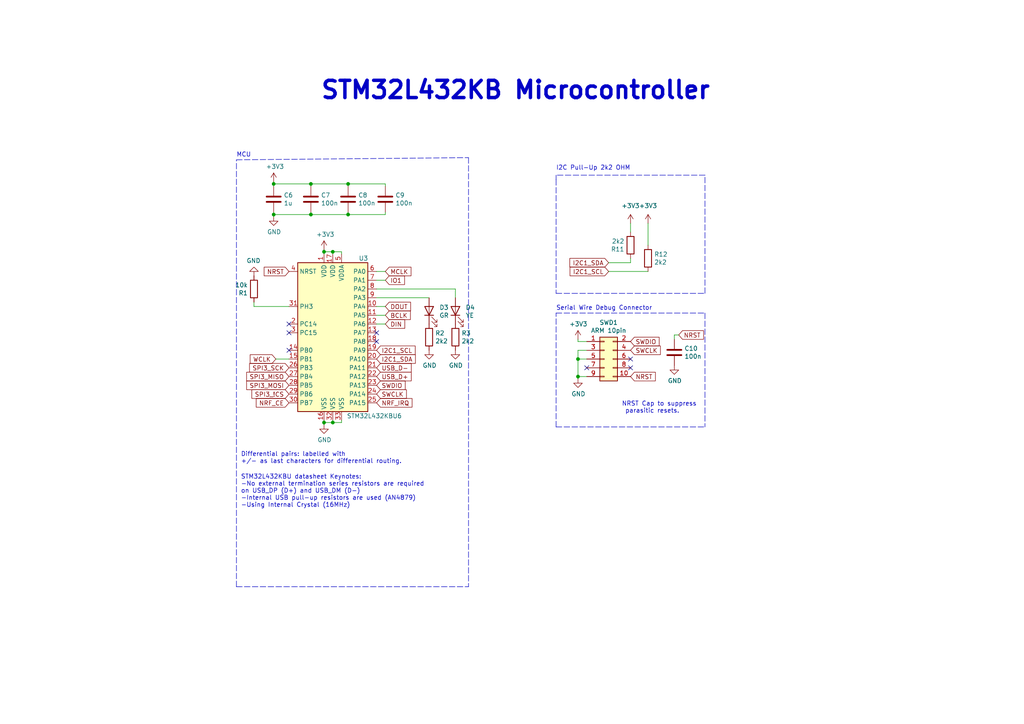
<source format=kicad_sch>
(kicad_sch (version 20211123) (generator eeschema)

  (uuid 66065598-2dc1-4887-ad93-dbb5d7683e26)

  (paper "A4")

  (lib_symbols
    (symbol "Connector_Generic:Conn_02x05_Odd_Even" (pin_names (offset 1.016) hide) (in_bom yes) (on_board yes)
      (property "Reference" "J" (id 0) (at 1.27 7.62 0)
        (effects (font (size 1.27 1.27)))
      )
      (property "Value" "Conn_02x05_Odd_Even" (id 1) (at 1.27 -7.62 0)
        (effects (font (size 1.27 1.27)))
      )
      (property "Footprint" "" (id 2) (at 0 0 0)
        (effects (font (size 1.27 1.27)) hide)
      )
      (property "Datasheet" "~" (id 3) (at 0 0 0)
        (effects (font (size 1.27 1.27)) hide)
      )
      (property "ki_keywords" "connector" (id 4) (at 0 0 0)
        (effects (font (size 1.27 1.27)) hide)
      )
      (property "ki_description" "Generic connector, double row, 02x05, odd/even pin numbering scheme (row 1 odd numbers, row 2 even numbers), script generated (kicad-library-utils/schlib/autogen/connector/)" (id 5) (at 0 0 0)
        (effects (font (size 1.27 1.27)) hide)
      )
      (property "ki_fp_filters" "Connector*:*_2x??_*" (id 6) (at 0 0 0)
        (effects (font (size 1.27 1.27)) hide)
      )
      (symbol "Conn_02x05_Odd_Even_1_1"
        (rectangle (start -1.27 -4.953) (end 0 -5.207)
          (stroke (width 0.1524) (type default) (color 0 0 0 0))
          (fill (type none))
        )
        (rectangle (start -1.27 -2.413) (end 0 -2.667)
          (stroke (width 0.1524) (type default) (color 0 0 0 0))
          (fill (type none))
        )
        (rectangle (start -1.27 0.127) (end 0 -0.127)
          (stroke (width 0.1524) (type default) (color 0 0 0 0))
          (fill (type none))
        )
        (rectangle (start -1.27 2.667) (end 0 2.413)
          (stroke (width 0.1524) (type default) (color 0 0 0 0))
          (fill (type none))
        )
        (rectangle (start -1.27 5.207) (end 0 4.953)
          (stroke (width 0.1524) (type default) (color 0 0 0 0))
          (fill (type none))
        )
        (rectangle (start -1.27 6.35) (end 3.81 -6.35)
          (stroke (width 0.254) (type default) (color 0 0 0 0))
          (fill (type background))
        )
        (rectangle (start 3.81 -4.953) (end 2.54 -5.207)
          (stroke (width 0.1524) (type default) (color 0 0 0 0))
          (fill (type none))
        )
        (rectangle (start 3.81 -2.413) (end 2.54 -2.667)
          (stroke (width 0.1524) (type default) (color 0 0 0 0))
          (fill (type none))
        )
        (rectangle (start 3.81 0.127) (end 2.54 -0.127)
          (stroke (width 0.1524) (type default) (color 0 0 0 0))
          (fill (type none))
        )
        (rectangle (start 3.81 2.667) (end 2.54 2.413)
          (stroke (width 0.1524) (type default) (color 0 0 0 0))
          (fill (type none))
        )
        (rectangle (start 3.81 5.207) (end 2.54 4.953)
          (stroke (width 0.1524) (type default) (color 0 0 0 0))
          (fill (type none))
        )
        (pin passive line (at -5.08 5.08 0) (length 3.81)
          (name "Pin_1" (effects (font (size 1.27 1.27))))
          (number "1" (effects (font (size 1.27 1.27))))
        )
        (pin passive line (at 7.62 -5.08 180) (length 3.81)
          (name "Pin_10" (effects (font (size 1.27 1.27))))
          (number "10" (effects (font (size 1.27 1.27))))
        )
        (pin passive line (at 7.62 5.08 180) (length 3.81)
          (name "Pin_2" (effects (font (size 1.27 1.27))))
          (number "2" (effects (font (size 1.27 1.27))))
        )
        (pin passive line (at -5.08 2.54 0) (length 3.81)
          (name "Pin_3" (effects (font (size 1.27 1.27))))
          (number "3" (effects (font (size 1.27 1.27))))
        )
        (pin passive line (at 7.62 2.54 180) (length 3.81)
          (name "Pin_4" (effects (font (size 1.27 1.27))))
          (number "4" (effects (font (size 1.27 1.27))))
        )
        (pin passive line (at -5.08 0 0) (length 3.81)
          (name "Pin_5" (effects (font (size 1.27 1.27))))
          (number "5" (effects (font (size 1.27 1.27))))
        )
        (pin passive line (at 7.62 0 180) (length 3.81)
          (name "Pin_6" (effects (font (size 1.27 1.27))))
          (number "6" (effects (font (size 1.27 1.27))))
        )
        (pin passive line (at -5.08 -2.54 0) (length 3.81)
          (name "Pin_7" (effects (font (size 1.27 1.27))))
          (number "7" (effects (font (size 1.27 1.27))))
        )
        (pin passive line (at 7.62 -2.54 180) (length 3.81)
          (name "Pin_8" (effects (font (size 1.27 1.27))))
          (number "8" (effects (font (size 1.27 1.27))))
        )
        (pin passive line (at -5.08 -5.08 0) (length 3.81)
          (name "Pin_9" (effects (font (size 1.27 1.27))))
          (number "9" (effects (font (size 1.27 1.27))))
        )
      )
    )
    (symbol "Device:C" (pin_numbers hide) (pin_names (offset 0.254)) (in_bom yes) (on_board yes)
      (property "Reference" "C" (id 0) (at 0.635 2.54 0)
        (effects (font (size 1.27 1.27)) (justify left))
      )
      (property "Value" "C" (id 1) (at 0.635 -2.54 0)
        (effects (font (size 1.27 1.27)) (justify left))
      )
      (property "Footprint" "" (id 2) (at 0.9652 -3.81 0)
        (effects (font (size 1.27 1.27)) hide)
      )
      (property "Datasheet" "~" (id 3) (at 0 0 0)
        (effects (font (size 1.27 1.27)) hide)
      )
      (property "ki_keywords" "cap capacitor" (id 4) (at 0 0 0)
        (effects (font (size 1.27 1.27)) hide)
      )
      (property "ki_description" "Unpolarized capacitor" (id 5) (at 0 0 0)
        (effects (font (size 1.27 1.27)) hide)
      )
      (property "ki_fp_filters" "C_*" (id 6) (at 0 0 0)
        (effects (font (size 1.27 1.27)) hide)
      )
      (symbol "C_0_1"
        (polyline
          (pts
            (xy -2.032 -0.762)
            (xy 2.032 -0.762)
          )
          (stroke (width 0.508) (type default) (color 0 0 0 0))
          (fill (type none))
        )
        (polyline
          (pts
            (xy -2.032 0.762)
            (xy 2.032 0.762)
          )
          (stroke (width 0.508) (type default) (color 0 0 0 0))
          (fill (type none))
        )
      )
      (symbol "C_1_1"
        (pin passive line (at 0 3.81 270) (length 2.794)
          (name "~" (effects (font (size 1.27 1.27))))
          (number "1" (effects (font (size 1.27 1.27))))
        )
        (pin passive line (at 0 -3.81 90) (length 2.794)
          (name "~" (effects (font (size 1.27 1.27))))
          (number "2" (effects (font (size 1.27 1.27))))
        )
      )
    )
    (symbol "Device:LED" (pin_numbers hide) (pin_names (offset 1.016) hide) (in_bom yes) (on_board yes)
      (property "Reference" "D" (id 0) (at 0 2.54 0)
        (effects (font (size 1.27 1.27)))
      )
      (property "Value" "LED" (id 1) (at 0 -2.54 0)
        (effects (font (size 1.27 1.27)))
      )
      (property "Footprint" "" (id 2) (at 0 0 0)
        (effects (font (size 1.27 1.27)) hide)
      )
      (property "Datasheet" "~" (id 3) (at 0 0 0)
        (effects (font (size 1.27 1.27)) hide)
      )
      (property "ki_keywords" "LED diode" (id 4) (at 0 0 0)
        (effects (font (size 1.27 1.27)) hide)
      )
      (property "ki_description" "Light emitting diode" (id 5) (at 0 0 0)
        (effects (font (size 1.27 1.27)) hide)
      )
      (property "ki_fp_filters" "LED* LED_SMD:* LED_THT:*" (id 6) (at 0 0 0)
        (effects (font (size 1.27 1.27)) hide)
      )
      (symbol "LED_0_1"
        (polyline
          (pts
            (xy -1.27 -1.27)
            (xy -1.27 1.27)
          )
          (stroke (width 0.254) (type default) (color 0 0 0 0))
          (fill (type none))
        )
        (polyline
          (pts
            (xy -1.27 0)
            (xy 1.27 0)
          )
          (stroke (width 0) (type default) (color 0 0 0 0))
          (fill (type none))
        )
        (polyline
          (pts
            (xy 1.27 -1.27)
            (xy 1.27 1.27)
            (xy -1.27 0)
            (xy 1.27 -1.27)
          )
          (stroke (width 0.254) (type default) (color 0 0 0 0))
          (fill (type none))
        )
        (polyline
          (pts
            (xy -3.048 -0.762)
            (xy -4.572 -2.286)
            (xy -3.81 -2.286)
            (xy -4.572 -2.286)
            (xy -4.572 -1.524)
          )
          (stroke (width 0) (type default) (color 0 0 0 0))
          (fill (type none))
        )
        (polyline
          (pts
            (xy -1.778 -0.762)
            (xy -3.302 -2.286)
            (xy -2.54 -2.286)
            (xy -3.302 -2.286)
            (xy -3.302 -1.524)
          )
          (stroke (width 0) (type default) (color 0 0 0 0))
          (fill (type none))
        )
      )
      (symbol "LED_1_1"
        (pin passive line (at -3.81 0 0) (length 2.54)
          (name "K" (effects (font (size 1.27 1.27))))
          (number "1" (effects (font (size 1.27 1.27))))
        )
        (pin passive line (at 3.81 0 180) (length 2.54)
          (name "A" (effects (font (size 1.27 1.27))))
          (number "2" (effects (font (size 1.27 1.27))))
        )
      )
    )
    (symbol "Device:R" (pin_numbers hide) (pin_names (offset 0)) (in_bom yes) (on_board yes)
      (property "Reference" "R" (id 0) (at 2.032 0 90)
        (effects (font (size 1.27 1.27)))
      )
      (property "Value" "R" (id 1) (at 0 0 90)
        (effects (font (size 1.27 1.27)))
      )
      (property "Footprint" "" (id 2) (at -1.778 0 90)
        (effects (font (size 1.27 1.27)) hide)
      )
      (property "Datasheet" "~" (id 3) (at 0 0 0)
        (effects (font (size 1.27 1.27)) hide)
      )
      (property "ki_keywords" "R res resistor" (id 4) (at 0 0 0)
        (effects (font (size 1.27 1.27)) hide)
      )
      (property "ki_description" "Resistor" (id 5) (at 0 0 0)
        (effects (font (size 1.27 1.27)) hide)
      )
      (property "ki_fp_filters" "R_*" (id 6) (at 0 0 0)
        (effects (font (size 1.27 1.27)) hide)
      )
      (symbol "R_0_1"
        (rectangle (start -1.016 -2.54) (end 1.016 2.54)
          (stroke (width 0.254) (type default) (color 0 0 0 0))
          (fill (type none))
        )
      )
      (symbol "R_1_1"
        (pin passive line (at 0 3.81 270) (length 1.27)
          (name "~" (effects (font (size 1.27 1.27))))
          (number "1" (effects (font (size 1.27 1.27))))
        )
        (pin passive line (at 0 -3.81 90) (length 1.27)
          (name "~" (effects (font (size 1.27 1.27))))
          (number "2" (effects (font (size 1.27 1.27))))
        )
      )
    )
    (symbol "MCU_ST_STM32L4:STM32L432KBUx" (in_bom yes) (on_board yes)
      (property "Reference" "U" (id 0) (at -10.16 21.59 0)
        (effects (font (size 1.27 1.27)) (justify left))
      )
      (property "Value" "STM32L432KBUx" (id 1) (at 5.08 21.59 0)
        (effects (font (size 1.27 1.27)) (justify left))
      )
      (property "Footprint" "Package_DFN_QFN:QFN-32-1EP_5x5mm_P0.5mm_EP3.45x3.45mm" (id 2) (at -10.16 -22.86 0)
        (effects (font (size 1.27 1.27)) (justify right) hide)
      )
      (property "Datasheet" "http://www.st.com/st-web-ui/static/active/en/resource/technical/document/datasheet/DM00257205.pdf" (id 3) (at 0 0 0)
        (effects (font (size 1.27 1.27)) hide)
      )
      (property "ki_keywords" "ARM Cortex-M4 STM32L4 STM32L4x2" (id 4) (at 0 0 0)
        (effects (font (size 1.27 1.27)) hide)
      )
      (property "ki_description" "ARM Cortex-M4 MCU, 128KB flash, 64KB RAM, 80MHz, 1.71-3.6V, 26 GPIO, UFQFPN-32" (id 5) (at 0 0 0)
        (effects (font (size 1.27 1.27)) hide)
      )
      (property "ki_fp_filters" "QFN*1EP*5x5mm*P0.5mm*" (id 6) (at 0 0 0)
        (effects (font (size 1.27 1.27)) hide)
      )
      (symbol "STM32L432KBUx_0_1"
        (rectangle (start -10.16 -22.86) (end 10.16 20.32)
          (stroke (width 0.254) (type default) (color 0 0 0 0))
          (fill (type background))
        )
      )
      (symbol "STM32L432KBUx_1_1"
        (pin power_in line (at -2.54 22.86 270) (length 2.54)
          (name "VDD" (effects (font (size 1.27 1.27))))
          (number "1" (effects (font (size 1.27 1.27))))
        )
        (pin bidirectional line (at 12.7 7.62 180) (length 2.54)
          (name "PA4" (effects (font (size 1.27 1.27))))
          (number "10" (effects (font (size 1.27 1.27))))
        )
        (pin bidirectional line (at 12.7 5.08 180) (length 2.54)
          (name "PA5" (effects (font (size 1.27 1.27))))
          (number "11" (effects (font (size 1.27 1.27))))
        )
        (pin bidirectional line (at 12.7 2.54 180) (length 2.54)
          (name "PA6" (effects (font (size 1.27 1.27))))
          (number "12" (effects (font (size 1.27 1.27))))
        )
        (pin bidirectional line (at 12.7 0 180) (length 2.54)
          (name "PA7" (effects (font (size 1.27 1.27))))
          (number "13" (effects (font (size 1.27 1.27))))
        )
        (pin bidirectional line (at -12.7 -5.08 0) (length 2.54)
          (name "PB0" (effects (font (size 1.27 1.27))))
          (number "14" (effects (font (size 1.27 1.27))))
        )
        (pin bidirectional line (at -12.7 -7.62 0) (length 2.54)
          (name "PB1" (effects (font (size 1.27 1.27))))
          (number "15" (effects (font (size 1.27 1.27))))
        )
        (pin power_in line (at -2.54 -25.4 90) (length 2.54)
          (name "VSS" (effects (font (size 1.27 1.27))))
          (number "16" (effects (font (size 1.27 1.27))))
        )
        (pin power_in line (at 0 22.86 270) (length 2.54)
          (name "VDD" (effects (font (size 1.27 1.27))))
          (number "17" (effects (font (size 1.27 1.27))))
        )
        (pin bidirectional line (at 12.7 -2.54 180) (length 2.54)
          (name "PA8" (effects (font (size 1.27 1.27))))
          (number "18" (effects (font (size 1.27 1.27))))
        )
        (pin bidirectional line (at 12.7 -5.08 180) (length 2.54)
          (name "PA9" (effects (font (size 1.27 1.27))))
          (number "19" (effects (font (size 1.27 1.27))))
        )
        (pin bidirectional line (at -12.7 2.54 0) (length 2.54)
          (name "PC14" (effects (font (size 1.27 1.27))))
          (number "2" (effects (font (size 1.27 1.27))))
        )
        (pin bidirectional line (at 12.7 -7.62 180) (length 2.54)
          (name "PA10" (effects (font (size 1.27 1.27))))
          (number "20" (effects (font (size 1.27 1.27))))
        )
        (pin bidirectional line (at 12.7 -10.16 180) (length 2.54)
          (name "PA11" (effects (font (size 1.27 1.27))))
          (number "21" (effects (font (size 1.27 1.27))))
        )
        (pin bidirectional line (at 12.7 -12.7 180) (length 2.54)
          (name "PA12" (effects (font (size 1.27 1.27))))
          (number "22" (effects (font (size 1.27 1.27))))
        )
        (pin bidirectional line (at 12.7 -15.24 180) (length 2.54)
          (name "PA13" (effects (font (size 1.27 1.27))))
          (number "23" (effects (font (size 1.27 1.27))))
        )
        (pin bidirectional line (at 12.7 -17.78 180) (length 2.54)
          (name "PA14" (effects (font (size 1.27 1.27))))
          (number "24" (effects (font (size 1.27 1.27))))
        )
        (pin bidirectional line (at 12.7 -20.32 180) (length 2.54)
          (name "PA15" (effects (font (size 1.27 1.27))))
          (number "25" (effects (font (size 1.27 1.27))))
        )
        (pin bidirectional line (at -12.7 -10.16 0) (length 2.54)
          (name "PB3" (effects (font (size 1.27 1.27))))
          (number "26" (effects (font (size 1.27 1.27))))
        )
        (pin bidirectional line (at -12.7 -12.7 0) (length 2.54)
          (name "PB4" (effects (font (size 1.27 1.27))))
          (number "27" (effects (font (size 1.27 1.27))))
        )
        (pin bidirectional line (at -12.7 -15.24 0) (length 2.54)
          (name "PB5" (effects (font (size 1.27 1.27))))
          (number "28" (effects (font (size 1.27 1.27))))
        )
        (pin bidirectional line (at -12.7 -17.78 0) (length 2.54)
          (name "PB6" (effects (font (size 1.27 1.27))))
          (number "29" (effects (font (size 1.27 1.27))))
        )
        (pin bidirectional line (at -12.7 0 0) (length 2.54)
          (name "PC15" (effects (font (size 1.27 1.27))))
          (number "3" (effects (font (size 1.27 1.27))))
        )
        (pin bidirectional line (at -12.7 -20.32 0) (length 2.54)
          (name "PB7" (effects (font (size 1.27 1.27))))
          (number "30" (effects (font (size 1.27 1.27))))
        )
        (pin bidirectional line (at -12.7 7.62 0) (length 2.54)
          (name "PH3" (effects (font (size 1.27 1.27))))
          (number "31" (effects (font (size 1.27 1.27))))
        )
        (pin power_in line (at 0 -25.4 90) (length 2.54)
          (name "VSS" (effects (font (size 1.27 1.27))))
          (number "32" (effects (font (size 1.27 1.27))))
        )
        (pin power_in line (at 2.54 -25.4 90) (length 2.54)
          (name "VSS" (effects (font (size 1.27 1.27))))
          (number "33" (effects (font (size 1.27 1.27))))
        )
        (pin input line (at -12.7 17.78 0) (length 2.54)
          (name "NRST" (effects (font (size 1.27 1.27))))
          (number "4" (effects (font (size 1.27 1.27))))
        )
        (pin power_in line (at 2.54 22.86 270) (length 2.54)
          (name "VDDA" (effects (font (size 1.27 1.27))))
          (number "5" (effects (font (size 1.27 1.27))))
        )
        (pin bidirectional line (at 12.7 17.78 180) (length 2.54)
          (name "PA0" (effects (font (size 1.27 1.27))))
          (number "6" (effects (font (size 1.27 1.27))))
        )
        (pin bidirectional line (at 12.7 15.24 180) (length 2.54)
          (name "PA1" (effects (font (size 1.27 1.27))))
          (number "7" (effects (font (size 1.27 1.27))))
        )
        (pin bidirectional line (at 12.7 12.7 180) (length 2.54)
          (name "PA2" (effects (font (size 1.27 1.27))))
          (number "8" (effects (font (size 1.27 1.27))))
        )
        (pin bidirectional line (at 12.7 10.16 180) (length 2.54)
          (name "PA3" (effects (font (size 1.27 1.27))))
          (number "9" (effects (font (size 1.27 1.27))))
        )
      )
    )
    (symbol "power:+3V3" (power) (pin_names (offset 0)) (in_bom yes) (on_board yes)
      (property "Reference" "#PWR" (id 0) (at 0 -3.81 0)
        (effects (font (size 1.27 1.27)) hide)
      )
      (property "Value" "+3V3" (id 1) (at 0 3.556 0)
        (effects (font (size 1.27 1.27)))
      )
      (property "Footprint" "" (id 2) (at 0 0 0)
        (effects (font (size 1.27 1.27)) hide)
      )
      (property "Datasheet" "" (id 3) (at 0 0 0)
        (effects (font (size 1.27 1.27)) hide)
      )
      (property "ki_keywords" "power-flag" (id 4) (at 0 0 0)
        (effects (font (size 1.27 1.27)) hide)
      )
      (property "ki_description" "Power symbol creates a global label with name \"+3V3\"" (id 5) (at 0 0 0)
        (effects (font (size 1.27 1.27)) hide)
      )
      (symbol "+3V3_0_1"
        (polyline
          (pts
            (xy -0.762 1.27)
            (xy 0 2.54)
          )
          (stroke (width 0) (type default) (color 0 0 0 0))
          (fill (type none))
        )
        (polyline
          (pts
            (xy 0 0)
            (xy 0 2.54)
          )
          (stroke (width 0) (type default) (color 0 0 0 0))
          (fill (type none))
        )
        (polyline
          (pts
            (xy 0 2.54)
            (xy 0.762 1.27)
          )
          (stroke (width 0) (type default) (color 0 0 0 0))
          (fill (type none))
        )
      )
      (symbol "+3V3_1_1"
        (pin power_in line (at 0 0 90) (length 0) hide
          (name "+3V3" (effects (font (size 1.27 1.27))))
          (number "1" (effects (font (size 1.27 1.27))))
        )
      )
    )
    (symbol "power:GND" (power) (pin_names (offset 0)) (in_bom yes) (on_board yes)
      (property "Reference" "#PWR" (id 0) (at 0 -6.35 0)
        (effects (font (size 1.27 1.27)) hide)
      )
      (property "Value" "GND" (id 1) (at 0 -3.81 0)
        (effects (font (size 1.27 1.27)))
      )
      (property "Footprint" "" (id 2) (at 0 0 0)
        (effects (font (size 1.27 1.27)) hide)
      )
      (property "Datasheet" "" (id 3) (at 0 0 0)
        (effects (font (size 1.27 1.27)) hide)
      )
      (property "ki_keywords" "power-flag" (id 4) (at 0 0 0)
        (effects (font (size 1.27 1.27)) hide)
      )
      (property "ki_description" "Power symbol creates a global label with name \"GND\" , ground" (id 5) (at 0 0 0)
        (effects (font (size 1.27 1.27)) hide)
      )
      (symbol "GND_0_1"
        (polyline
          (pts
            (xy 0 0)
            (xy 0 -1.27)
            (xy 1.27 -1.27)
            (xy 0 -2.54)
            (xy -1.27 -1.27)
            (xy 0 -1.27)
          )
          (stroke (width 0) (type default) (color 0 0 0 0))
          (fill (type none))
        )
      )
      (symbol "GND_1_1"
        (pin power_in line (at 0 0 270) (length 0) hide
          (name "GND" (effects (font (size 1.27 1.27))))
          (number "1" (effects (font (size 1.27 1.27))))
        )
      )
    )
  )

  (junction (at 93.98 73.025) (diameter 0) (color 0 0 0 0)
    (uuid 069c4d01-ce8b-4a1d-876c-8db411b14ee5)
  )
  (junction (at 100.965 53.34) (diameter 0) (color 0 0 0 0)
    (uuid 1eb2b2b1-c4bf-4aa6-bf21-887362d72bea)
  )
  (junction (at 79.375 62.23) (diameter 0) (color 0 0 0 0)
    (uuid 1ed0d426-279e-439e-88bf-d765755936d7)
  )
  (junction (at 93.98 122.555) (diameter 0) (color 0 0 0 0)
    (uuid 2f353a0c-93b3-4dbc-8b54-e41fe5245db5)
  )
  (junction (at 100.965 62.23) (diameter 0) (color 0 0 0 0)
    (uuid 2f77f01c-e5a3-4fe7-93d6-d06ecfbab590)
  )
  (junction (at 96.52 73.025) (diameter 0) (color 0 0 0 0)
    (uuid 50da2209-431f-4123-888b-b9d566b6e63f)
  )
  (junction (at 167.64 109.22) (diameter 0) (color 0 0 0 0)
    (uuid 533e983b-45fe-4a07-a9ab-6ba6a80088c2)
  )
  (junction (at 79.375 53.34) (diameter 0) (color 0 0 0 0)
    (uuid 6e3fde8e-9884-4715-84db-dfaef034141f)
  )
  (junction (at 90.17 62.23) (diameter 0) (color 0 0 0 0)
    (uuid a5560e7f-3f8e-4ed0-9abe-1cd8e57e1dbc)
  )
  (junction (at 96.52 122.555) (diameter 0) (color 0 0 0 0)
    (uuid b9d6e350-d8f5-49f9-bd24-9d87dd317ceb)
  )
  (junction (at 167.64 104.14) (diameter 0) (color 0 0 0 0)
    (uuid baa1c107-1b8e-4626-9d4d-4143dd9731dc)
  )
  (junction (at 90.17 53.34) (diameter 0) (color 0 0 0 0)
    (uuid edc2f49f-6f54-424c-8764-bd484a781041)
  )

  (no_connect (at 182.88 104.14) (uuid 2053e4da-1002-4500-80ad-af3da8b0bd1d))
  (no_connect (at 109.22 96.52) (uuid 2ff8dce3-e14c-4e49-9cf0-1417cae9c744))
  (no_connect (at 109.22 99.06) (uuid 2ff8dce3-e14c-4e49-9cf0-1417cae9c745))
  (no_connect (at 83.82 93.98) (uuid 2ff8dce3-e14c-4e49-9cf0-1417cae9c746))
  (no_connect (at 83.82 96.52) (uuid 2ff8dce3-e14c-4e49-9cf0-1417cae9c747))
  (no_connect (at 83.82 101.6) (uuid 2ff8dce3-e14c-4e49-9cf0-1417cae9c748))
  (no_connect (at 182.88 106.68) (uuid 8e01bec6-36cc-4a0c-91d5-bae6a7744afd))
  (no_connect (at 170.18 106.68) (uuid cc18d4c7-32d5-4e95-bed7-d2854e6d5beb))

  (wire (pts (xy 182.88 74.93) (xy 182.88 76.2))
    (stroke (width 0) (type default) (color 0 0 0 0))
    (uuid 0097b78b-c267-4f15-86a5-52346405c837)
  )
  (wire (pts (xy 167.64 104.14) (xy 170.18 104.14))
    (stroke (width 0) (type default) (color 0 0 0 0))
    (uuid 027b27f8-3217-4b87-bf7d-a6304c724d97)
  )
  (polyline (pts (xy 204.47 50.8) (xy 161.29 50.8))
    (stroke (width 0) (type default) (color 0 0 0 0))
    (uuid 07a1ac2e-2077-4b04-8466-bbfdcb2817a2)
  )

  (wire (pts (xy 182.88 64.77) (xy 182.88 67.31))
    (stroke (width 0) (type default) (color 0 0 0 0))
    (uuid 08b7d414-78e2-4998-bc4b-a45f2efc0866)
  )
  (wire (pts (xy 167.64 99.06) (xy 170.18 99.06))
    (stroke (width 0) (type default) (color 0 0 0 0))
    (uuid 09674a93-8b2a-4be5-9586-7ee3e4320a8d)
  )
  (wire (pts (xy 100.965 61.595) (xy 100.965 62.23))
    (stroke (width 0) (type default) (color 0 0 0 0))
    (uuid 0f3d5607-618c-42da-856e-f70eb7d69b9c)
  )
  (wire (pts (xy 90.17 62.23) (xy 79.375 62.23))
    (stroke (width 0) (type default) (color 0 0 0 0))
    (uuid 1249805e-78d2-4aec-8bb1-ac89b2eab9e0)
  )
  (wire (pts (xy 73.66 87.63) (xy 73.66 88.9))
    (stroke (width 0) (type default) (color 0 0 0 0))
    (uuid 14206cc5-5a66-4cd9-8b2f-bbbcc2253dc5)
  )
  (wire (pts (xy 79.375 53.34) (xy 79.375 52.705))
    (stroke (width 0) (type default) (color 0 0 0 0))
    (uuid 190158bb-86da-4593-b747-9be735d8998d)
  )
  (wire (pts (xy 90.17 53.975) (xy 90.17 53.34))
    (stroke (width 0) (type default) (color 0 0 0 0))
    (uuid 1f3596bc-4dcf-44c7-9695-ee5108085826)
  )
  (polyline (pts (xy 161.29 52.07) (xy 161.29 85.09))
    (stroke (width 0) (type default) (color 0 0 0 0))
    (uuid 25de95eb-85dd-43c2-bf77-2432c4bc257d)
  )
  (polyline (pts (xy 68.58 46.355) (xy 135.89 45.72))
    (stroke (width 0) (type default) (color 0 0 0 0))
    (uuid 26b43bf0-1db9-4c99-b7ff-cf3b8c4d330e)
  )

  (wire (pts (xy 93.98 73.66) (xy 93.98 73.025))
    (stroke (width 0) (type default) (color 0 0 0 0))
    (uuid 2b1d9226-1a05-4937-a678-1f9387d39f57)
  )
  (polyline (pts (xy 161.29 50.8) (xy 161.29 52.07))
    (stroke (width 0) (type default) (color 0 0 0 0))
    (uuid 313ce60a-24bf-40ea-9ddb-7c40df7737a4)
  )

  (wire (pts (xy 73.66 88.9) (xy 83.82 88.9))
    (stroke (width 0) (type default) (color 0 0 0 0))
    (uuid 339a7572-db67-4852-bc0d-72ccfee92eee)
  )
  (wire (pts (xy 167.64 98.425) (xy 167.64 99.06))
    (stroke (width 0) (type default) (color 0 0 0 0))
    (uuid 39fe6b98-8b5b-4471-88b9-b5726243f674)
  )
  (wire (pts (xy 111.76 81.28) (xy 109.22 81.28))
    (stroke (width 0) (type default) (color 0 0 0 0))
    (uuid 3c960a4e-0e08-4ff3-bee8-139f8f489ef0)
  )
  (wire (pts (xy 93.98 122.555) (xy 93.98 121.92))
    (stroke (width 0) (type default) (color 0 0 0 0))
    (uuid 3f743e53-17b5-462c-9e18-568a81cf774c)
  )
  (wire (pts (xy 109.22 83.82) (xy 132.08 83.82))
    (stroke (width 0) (type default) (color 0 0 0 0))
    (uuid 43370a9c-61fb-4984-9a66-1c81f6b257c3)
  )
  (wire (pts (xy 96.52 121.92) (xy 96.52 122.555))
    (stroke (width 0) (type default) (color 0 0 0 0))
    (uuid 46ee63d0-a37d-49f7-9159-255d75bc6ce4)
  )
  (wire (pts (xy 99.06 122.555) (xy 96.52 122.555))
    (stroke (width 0) (type default) (color 0 0 0 0))
    (uuid 470689bd-edf9-48de-8c7c-10212e48ad16)
  )
  (wire (pts (xy 111.76 78.74) (xy 109.22 78.74))
    (stroke (width 0) (type default) (color 0 0 0 0))
    (uuid 4a29de56-5e28-46ce-a4da-0b87e18666d7)
  )
  (wire (pts (xy 99.06 73.025) (xy 96.52 73.025))
    (stroke (width 0) (type default) (color 0 0 0 0))
    (uuid 4a9d9f76-1173-4065-aac9-4454a5a465ce)
  )
  (polyline (pts (xy 68.58 170.18) (xy 68.58 46.355))
    (stroke (width 0) (type default) (color 0 0 0 0))
    (uuid 4fe8fa8f-35fb-4dcc-8956-374cb4710856)
  )

  (wire (pts (xy 167.64 104.14) (xy 167.64 101.6))
    (stroke (width 0) (type default) (color 0 0 0 0))
    (uuid 599a7f7e-4a31-431f-9bbe-db356791c733)
  )
  (wire (pts (xy 170.18 109.22) (xy 167.64 109.22))
    (stroke (width 0) (type default) (color 0 0 0 0))
    (uuid 5de9ef90-ba43-450f-8284-6751b8536407)
  )
  (wire (pts (xy 79.375 62.865) (xy 79.375 62.23))
    (stroke (width 0) (type default) (color 0 0 0 0))
    (uuid 60f029e1-f90c-44f5-a7b5-14f114412be4)
  )
  (polyline (pts (xy 135.89 45.72) (xy 135.89 170.18))
    (stroke (width 0) (type default) (color 0 0 0 0))
    (uuid 6a33fa6a-718c-4152-a011-1e84bcc6d5ac)
  )

  (wire (pts (xy 187.96 64.77) (xy 187.96 71.12))
    (stroke (width 0) (type default) (color 0 0 0 0))
    (uuid 6a87d863-e789-4ad0-8561-6e0d439ddd2f)
  )
  (wire (pts (xy 167.64 109.855) (xy 167.64 109.22))
    (stroke (width 0) (type default) (color 0 0 0 0))
    (uuid 6f0ee6ec-e386-4bb0-bde8-83224673217e)
  )
  (wire (pts (xy 167.64 101.6) (xy 170.18 101.6))
    (stroke (width 0) (type default) (color 0 0 0 0))
    (uuid 6f74dc53-6629-4b82-8e93-050e1ab4f482)
  )
  (wire (pts (xy 96.52 73.025) (xy 93.98 73.025))
    (stroke (width 0) (type default) (color 0 0 0 0))
    (uuid 74035c79-9381-42ff-bb4e-17122369ffaa)
  )
  (wire (pts (xy 111.76 53.34) (xy 100.965 53.34))
    (stroke (width 0) (type default) (color 0 0 0 0))
    (uuid 7767d43a-5d51-4a08-aef6-090531316808)
  )
  (wire (pts (xy 96.52 122.555) (xy 93.98 122.555))
    (stroke (width 0) (type default) (color 0 0 0 0))
    (uuid 78896622-e061-4405-a09a-9063a944e634)
  )
  (wire (pts (xy 100.965 62.23) (xy 90.17 62.23))
    (stroke (width 0) (type default) (color 0 0 0 0))
    (uuid 7fc23476-1d47-45c5-ae47-bb7c9e772179)
  )
  (wire (pts (xy 167.64 109.22) (xy 167.64 104.14))
    (stroke (width 0) (type default) (color 0 0 0 0))
    (uuid 8252dbf3-0976-423e-b75c-4e900c5db7a6)
  )
  (wire (pts (xy 132.08 83.82) (xy 132.08 86.36))
    (stroke (width 0) (type default) (color 0 0 0 0))
    (uuid 839eae5c-f93a-4033-946d-e871e9e37c5d)
  )
  (wire (pts (xy 90.17 53.34) (xy 79.375 53.34))
    (stroke (width 0) (type default) (color 0 0 0 0))
    (uuid 842e7e76-42a0-466f-b4c8-e0dc0e8b3091)
  )
  (wire (pts (xy 93.98 73.025) (xy 93.98 72.39))
    (stroke (width 0) (type default) (color 0 0 0 0))
    (uuid 8d88aa3c-74b4-4797-acf0-1a6b6ef6c764)
  )
  (wire (pts (xy 80.01 104.14) (xy 83.82 104.14))
    (stroke (width 0) (type default) (color 0 0 0 0))
    (uuid 8f7c2fb3-1e91-473c-9fae-086d87fc002f)
  )
  (wire (pts (xy 111.76 93.98) (xy 109.22 93.98))
    (stroke (width 0) (type default) (color 0 0 0 0))
    (uuid 8ff15b46-6c37-4c2b-82fc-099def9f9153)
  )
  (wire (pts (xy 96.52 73.66) (xy 96.52 73.025))
    (stroke (width 0) (type default) (color 0 0 0 0))
    (uuid 910867cc-5f24-4f4c-9104-2eab2f64803a)
  )
  (polyline (pts (xy 204.47 85.09) (xy 204.47 50.8))
    (stroke (width 0) (type default) (color 0 0 0 0))
    (uuid 92e60d82-503f-44e3-ad92-4683e1a1ef0b)
  )

  (wire (pts (xy 90.17 61.595) (xy 90.17 62.23))
    (stroke (width 0) (type default) (color 0 0 0 0))
    (uuid 9376e4c5-d285-4148-aea4-c31122f303d7)
  )
  (polyline (pts (xy 161.29 123.825) (xy 161.29 90.805))
    (stroke (width 0) (type default) (color 0 0 0 0))
    (uuid a8631a38-6d10-4b03-a2fe-8a4d7bbfe8e1)
  )

  (wire (pts (xy 99.06 121.92) (xy 99.06 122.555))
    (stroke (width 0) (type default) (color 0 0 0 0))
    (uuid abc69f13-c528-47b7-ad5e-e6702dbd3ac8)
  )
  (polyline (pts (xy 161.29 90.805) (xy 204.47 90.805))
    (stroke (width 0) (type default) (color 0 0 0 0))
    (uuid b12af1e4-ef7f-4f0d-a283-20d4510dd59e)
  )

  (wire (pts (xy 79.375 53.975) (xy 79.375 53.34))
    (stroke (width 0) (type default) (color 0 0 0 0))
    (uuid b397d39d-8d94-469f-a69f-ae6c57846382)
  )
  (polyline (pts (xy 161.29 123.825) (xy 204.47 123.825))
    (stroke (width 0) (type default) (color 0 0 0 0))
    (uuid b6e19c22-0921-4bf9-b50c-7fd8aaf9271b)
  )
  (polyline (pts (xy 204.47 90.805) (xy 204.47 123.825))
    (stroke (width 0) (type default) (color 0 0 0 0))
    (uuid b8f5445d-78a5-4e92-8ac2-76bf53b784f5)
  )

  (wire (pts (xy 111.76 61.595) (xy 111.76 62.23))
    (stroke (width 0) (type default) (color 0 0 0 0))
    (uuid bb9bd72f-399e-4f43-baa1-a3874eed7e0d)
  )
  (wire (pts (xy 100.965 53.975) (xy 100.965 53.34))
    (stroke (width 0) (type default) (color 0 0 0 0))
    (uuid bdffa1eb-7a83-4770-94f8-5fafa783b399)
  )
  (wire (pts (xy 182.88 76.2) (xy 176.53 76.2))
    (stroke (width 0) (type default) (color 0 0 0 0))
    (uuid c40d5233-1b65-4ff5-86c4-ca47774abd0a)
  )
  (wire (pts (xy 109.22 86.36) (xy 124.46 86.36))
    (stroke (width 0) (type default) (color 0 0 0 0))
    (uuid c934fa54-e95d-4de3-8a22-4e45bb17c7af)
  )
  (wire (pts (xy 111.76 53.975) (xy 111.76 53.34))
    (stroke (width 0) (type default) (color 0 0 0 0))
    (uuid d04568e4-e673-4e9c-ad6b-27e3c37329ec)
  )
  (wire (pts (xy 111.76 62.23) (xy 100.965 62.23))
    (stroke (width 0) (type default) (color 0 0 0 0))
    (uuid d0ef30a0-4698-4402-97d8-33711cd81424)
  )
  (wire (pts (xy 93.98 123.19) (xy 93.98 122.555))
    (stroke (width 0) (type default) (color 0 0 0 0))
    (uuid d5dd92f5-b95d-49c8-89f7-b1377ccf69d5)
  )
  (polyline (pts (xy 68.58 170.18) (xy 135.89 170.18))
    (stroke (width 0) (type default) (color 0 0 0 0))
    (uuid d74b9335-ceee-43e1-9d11-b52e9b1387ce)
  )
  (polyline (pts (xy 161.29 85.09) (xy 204.47 85.09))
    (stroke (width 0) (type default) (color 0 0 0 0))
    (uuid d8693556-3e30-4caf-9beb-824439784a96)
  )

  (wire (pts (xy 100.965 53.34) (xy 90.17 53.34))
    (stroke (width 0) (type default) (color 0 0 0 0))
    (uuid dfbe625a-f528-4efe-97e4-97221956434b)
  )
  (wire (pts (xy 111.76 88.9) (xy 109.22 88.9))
    (stroke (width 0) (type default) (color 0 0 0 0))
    (uuid e5d121cd-b037-4313-8a31-b49c3c2083d4)
  )
  (wire (pts (xy 99.06 73.66) (xy 99.06 73.025))
    (stroke (width 0) (type default) (color 0 0 0 0))
    (uuid e978dce6-68f1-42dc-82a6-df613b03d8a0)
  )
  (wire (pts (xy 195.58 97.155) (xy 195.58 98.425))
    (stroke (width 0) (type default) (color 0 0 0 0))
    (uuid f4967b74-157f-4a79-a296-82c7e3735bbb)
  )
  (wire (pts (xy 176.53 78.74) (xy 187.96 78.74))
    (stroke (width 0) (type default) (color 0 0 0 0))
    (uuid f5863174-5000-4449-9b8f-d6590277b6a0)
  )
  (wire (pts (xy 79.375 62.23) (xy 79.375 61.595))
    (stroke (width 0) (type default) (color 0 0 0 0))
    (uuid f6e0f5c5-32fe-42ad-858f-60d7e9ae389c)
  )
  (wire (pts (xy 196.85 97.155) (xy 195.58 97.155))
    (stroke (width 0) (type default) (color 0 0 0 0))
    (uuid f7641e22-684f-448c-9608-085f7e7a41f4)
  )
  (wire (pts (xy 111.76 91.44) (xy 109.22 91.44))
    (stroke (width 0) (type default) (color 0 0 0 0))
    (uuid ff1dfffd-1ae0-4ea3-88a0-fdb8b0530d84)
  )

  (text "STM32L432KBU datasheet Keynotes:\n-No external termination series resistors are required\non USB_DP (D+) and USB_DM (D-)\n-Internal USB pull-up resistors are used (AN4879)\n-Using Internal Crystal (16MHz)"
    (at 69.85 147.32 0)
    (effects (font (size 1.27 1.27)) (justify left bottom))
    (uuid 0c9f724c-8491-4517-ac5c-ec0fc5a82042)
  )
  (text "Serial Wire Debug Connector" (at 161.29 90.17 0)
    (effects (font (size 1.27 1.27)) (justify left bottom))
    (uuid 0ff571b6-80f9-490b-92e1-bbecbb9fd710)
  )
  (text "NRST Cap to suppress\n parasitic resets." (at 180.34 120.015 0)
    (effects (font (size 1.27 1.27)) (justify left bottom))
    (uuid 1dce3d5e-58c7-4eb9-96fe-c0b57cb563ae)
  )
  (text "Differential pairs: labelled with \n+/- as last characters for differential routing."
    (at 69.85 134.62 0)
    (effects (font (size 1.27 1.27)) (justify left bottom))
    (uuid 2d74449c-28a9-4d7f-b7cd-adc570f5fd18)
  )
  (text "STM32L432KB Microcontroller" (at 92.71 29.21 0)
    (effects (font (size 5 5) (thickness 1) bold) (justify left bottom))
    (uuid 40c9c017-d4fa-46c1-9560-cff9d6dbb03b)
  )
  (text "MCU" (at 68.58 45.72 0)
    (effects (font (size 1.27 1.27)) (justify left bottom))
    (uuid e736429e-1e36-426b-833b-fccdfee08d1a)
  )
  (text "I2C Pull-Up 2k2 OHM\n" (at 161.29 49.53 0)
    (effects (font (size 1.27 1.27)) (justify left bottom))
    (uuid e852a5aa-809e-4568-aaac-ddec5e3bb89a)
  )

  (global_label "SPI3_MISO" (shape input) (at 83.82 109.22 180) (fields_autoplaced)
    (effects (font (size 1.27 1.27)) (justify right))
    (uuid 1c7fbd2a-fcdd-460a-bae6-a4c861c145a4)
    (property "Intersheet References" "${INTERSHEET_REFS}" (id 0) (at -140.335 26.67 0)
      (effects (font (size 1.27 1.27)) hide)
    )
  )
  (global_label "USB_D+" (shape input) (at 109.22 109.22 0) (fields_autoplaced)
    (effects (font (size 1.27 1.27)) (justify left))
    (uuid 2857c285-78c0-4df6-a40f-5d7810d8ad18)
    (property "Intersheet References" "${INTERSHEET_REFS}" (id 0) (at -140.335 26.67 0)
      (effects (font (size 1.27 1.27)) hide)
    )
  )
  (global_label "BCLK" (shape input) (at 111.76 91.44 0) (fields_autoplaced)
    (effects (font (size 1.27 1.27)) (justify left))
    (uuid 296359d0-13cd-417c-bd19-206d5f3fcd54)
    (property "Intersheet References" "${INTERSHEET_REFS}" (id 0) (at 119.0112 91.5194 0)
      (effects (font (size 1.27 1.27)) (justify left) hide)
    )
  )
  (global_label "SPI3_SCK" (shape input) (at 83.82 106.68 180) (fields_autoplaced)
    (effects (font (size 1.27 1.27)) (justify right))
    (uuid 2dd0989a-abf3-40a6-8d53-f20bcaa20506)
    (property "Intersheet References" "${INTERSHEET_REFS}" (id 0) (at -140.335 26.67 0)
      (effects (font (size 1.27 1.27)) hide)
    )
  )
  (global_label "NRST" (shape input) (at 182.88 109.22 0) (fields_autoplaced)
    (effects (font (size 1.27 1.27)) (justify left))
    (uuid 31453d75-1d4d-4fbe-9d1c-5526fc25d5d4)
    (property "Intersheet References" "${INTERSHEET_REFS}" (id 0) (at -49.53 -37.465 0)
      (effects (font (size 1.27 1.27)) hide)
    )
  )
  (global_label "WCLK" (shape input) (at 80.01 104.14 180) (fields_autoplaced)
    (effects (font (size 1.27 1.27)) (justify right))
    (uuid 401a48a9-71e4-4595-a2bf-505379324c28)
    (property "Intersheet References" "${INTERSHEET_REFS}" (id 0) (at 72.5774 104.0606 0)
      (effects (font (size 1.27 1.27)) (justify right) hide)
    )
  )
  (global_label "I2C1_SCL" (shape input) (at 109.22 101.6 0) (fields_autoplaced)
    (effects (font (size 1.27 1.27)) (justify left))
    (uuid 42a4aefb-6848-4c9e-bee4-0f48f17edcaf)
    (property "Intersheet References" "${INTERSHEET_REFS}" (id 0) (at 120.4021 101.5206 0)
      (effects (font (size 1.27 1.27)) (justify left) hide)
    )
  )
  (global_label "NRST" (shape input) (at 83.82 78.74 180) (fields_autoplaced)
    (effects (font (size 1.27 1.27)) (justify right))
    (uuid 4500afcd-d54e-4ce6-b8d9-4ba9f8e6a7c9)
    (property "Intersheet References" "${INTERSHEET_REFS}" (id 0) (at -140.335 26.67 0)
      (effects (font (size 1.27 1.27)) hide)
    )
  )
  (global_label "I2C1_SCL" (shape input) (at 176.53 78.74 180) (fields_autoplaced)
    (effects (font (size 1.27 1.27)) (justify right))
    (uuid 4f0a71c5-3228-470a-89f5-7c2d4cc47dc0)
    (property "Intersheet References" "${INTERSHEET_REFS}" (id 0) (at 165.3479 78.8194 0)
      (effects (font (size 1.27 1.27)) (justify right) hide)
    )
  )
  (global_label "SWCLK" (shape input) (at 182.88 101.6 0) (fields_autoplaced)
    (effects (font (size 1.27 1.27)) (justify left))
    (uuid 501ef1ce-e813-4080-9a62-481d2306832e)
    (property "Intersheet References" "${INTERSHEET_REFS}" (id 0) (at -49.53 -37.465 0)
      (effects (font (size 1.27 1.27)) hide)
    )
  )
  (global_label "I2C1_SDA" (shape input) (at 176.53 76.2 180) (fields_autoplaced)
    (effects (font (size 1.27 1.27)) (justify right))
    (uuid 5359d7b1-d015-4ebf-9394-faa99c6ddfdc)
    (property "Intersheet References" "${INTERSHEET_REFS}" (id 0) (at 165.2874 76.2794 0)
      (effects (font (size 1.27 1.27)) (justify right) hide)
    )
  )
  (global_label "SPI3_MOSI" (shape input) (at 83.82 111.76 180) (fields_autoplaced)
    (effects (font (size 1.27 1.27)) (justify right))
    (uuid 65c00ea3-3c53-4e9b-9c3d-268fa322e1dd)
    (property "Intersheet References" "${INTERSHEET_REFS}" (id 0) (at -140.335 26.67 0)
      (effects (font (size 1.27 1.27)) hide)
    )
  )
  (global_label "NRST" (shape input) (at 196.85 97.155 0) (fields_autoplaced)
    (effects (font (size 1.27 1.27)) (justify left))
    (uuid 6ad98814-a72a-489a-95a3-532428a9b334)
    (property "Intersheet References" "${INTERSHEET_REFS}" (id 0) (at -49.53 -37.465 0)
      (effects (font (size 1.27 1.27)) hide)
    )
  )
  (global_label "SPI3_!CS" (shape input) (at 83.82 114.3 180) (fields_autoplaced)
    (effects (font (size 1.27 1.27)) (justify right))
    (uuid 8c734830-9a5d-4b3f-b6b0-bca808f96356)
    (property "Intersheet References" "${INTERSHEET_REFS}" (id 0) (at -140.335 26.67 0)
      (effects (font (size 1.27 1.27)) hide)
    )
  )
  (global_label "SWDIO" (shape input) (at 182.88 99.06 0) (fields_autoplaced)
    (effects (font (size 1.27 1.27)) (justify left))
    (uuid 90b04738-c549-4047-8e48-e43c696af99f)
    (property "Intersheet References" "${INTERSHEET_REFS}" (id 0) (at -49.53 -37.465 0)
      (effects (font (size 1.27 1.27)) hide)
    )
  )
  (global_label "MCLK" (shape input) (at 111.76 78.74 0) (fields_autoplaced)
    (effects (font (size 1.27 1.27)) (justify left))
    (uuid 9ca4af98-5bee-42db-9b20-a17f5d6b65f9)
    (property "Intersheet References" "${INTERSHEET_REFS}" (id 0) (at 119.1926 78.8194 0)
      (effects (font (size 1.27 1.27)) (justify left) hide)
    )
  )
  (global_label "DIN" (shape input) (at 111.76 93.98 0) (fields_autoplaced)
    (effects (font (size 1.27 1.27)) (justify left))
    (uuid 9f546bd9-e85b-4acc-83d6-d78228664e3c)
    (property "Intersheet References" "${INTERSHEET_REFS}" (id 0) (at 117.3783 94.0594 0)
      (effects (font (size 1.27 1.27)) (justify left) hide)
    )
  )
  (global_label "I2C1_SDA" (shape input) (at 109.22 104.14 0) (fields_autoplaced)
    (effects (font (size 1.27 1.27)) (justify left))
    (uuid ae0531d1-2045-438a-ba79-93f0c7182807)
    (property "Intersheet References" "${INTERSHEET_REFS}" (id 0) (at 120.4626 104.0606 0)
      (effects (font (size 1.27 1.27)) (justify left) hide)
    )
  )
  (global_label "DOUT" (shape input) (at 111.76 88.9 0) (fields_autoplaced)
    (effects (font (size 1.27 1.27)) (justify left))
    (uuid b0c6a27f-87dc-4a8f-84b2-70cdefaf252e)
    (property "Intersheet References" "${INTERSHEET_REFS}" (id 0) (at 119.0717 88.9794 0)
      (effects (font (size 1.27 1.27)) (justify left) hide)
    )
  )
  (global_label "NRF_IRQ" (shape input) (at 109.22 116.84 0) (fields_autoplaced)
    (effects (font (size 1.27 1.27)) (justify left))
    (uuid ca417f19-d0e7-4aab-9c2a-c24c25cc5c5f)
    (property "Intersheet References" "${INTERSHEET_REFS}" (id 0) (at -140.335 26.67 0)
      (effects (font (size 1.27 1.27)) hide)
    )
  )
  (global_label "SWCLK" (shape input) (at 109.22 114.3 0) (fields_autoplaced)
    (effects (font (size 1.27 1.27)) (justify left))
    (uuid de80dfc9-f4a5-4a2d-a3a9-57bc1a9a941b)
    (property "Intersheet References" "${INTERSHEET_REFS}" (id 0) (at -140.335 26.67 0)
      (effects (font (size 1.27 1.27)) hide)
    )
  )
  (global_label "IO1" (shape input) (at 111.76 81.28 0) (fields_autoplaced)
    (effects (font (size 1.27 1.27)) (justify left))
    (uuid e965ab49-152e-480a-87d9-edb10123750a)
    (property "Intersheet References" "${INTERSHEET_REFS}" (id 0) (at 117.3179 81.3594 0)
      (effects (font (size 1.27 1.27)) (justify left) hide)
    )
  )
  (global_label "SWDIO" (shape input) (at 109.22 111.76 0) (fields_autoplaced)
    (effects (font (size 1.27 1.27)) (justify left))
    (uuid f64d5b79-a0a4-4dbb-bf8d-45cfd0f50636)
    (property "Intersheet References" "${INTERSHEET_REFS}" (id 0) (at -140.335 26.67 0)
      (effects (font (size 1.27 1.27)) hide)
    )
  )
  (global_label "USB_D-" (shape input) (at 109.22 106.68 0) (fields_autoplaced)
    (effects (font (size 1.27 1.27)) (justify left))
    (uuid f7a81566-e293-4ae7-af41-f97b1b87db3b)
    (property "Intersheet References" "${INTERSHEET_REFS}" (id 0) (at -140.335 26.67 0)
      (effects (font (size 1.27 1.27)) hide)
    )
  )
  (global_label "NRF_CE" (shape input) (at 83.82 116.84 180) (fields_autoplaced)
    (effects (font (size 1.27 1.27)) (justify right))
    (uuid fb7465da-e71d-467c-b285-e7860cda901a)
    (property "Intersheet References" "${INTERSHEET_REFS}" (id 0) (at -140.335 26.67 0)
      (effects (font (size 1.27 1.27)) hide)
    )
  )

  (symbol (lib_id "Device:C") (at 90.17 57.785 0) (unit 1)
    (in_bom yes) (on_board yes)
    (uuid 08e9ef43-e847-4154-b13c-f034bb7759eb)
    (property "Reference" "C7" (id 0) (at 93.091 56.6166 0)
      (effects (font (size 1.27 1.27)) (justify left))
    )
    (property "Value" "100n" (id 1) (at 93.091 58.928 0)
      (effects (font (size 1.27 1.27)) (justify left))
    )
    (property "Footprint" "Capacitor_SMD:C_0402_1005Metric" (id 2) (at 91.1352 61.595 0)
      (effects (font (size 1.27 1.27)) hide)
    )
    (property "Datasheet" "~" (id 3) (at 90.17 57.785 0)
      (effects (font (size 1.27 1.27)) hide)
    )
    (pin "1" (uuid 510f8d73-9985-4f47-b5b2-e40195b2fa73))
    (pin "2" (uuid e44e2241-4aa7-4e36-a9c0-9f507ffa65a0))
  )

  (symbol (lib_id "Device:R") (at 132.08 97.79 0) (unit 1)
    (in_bom yes) (on_board yes)
    (uuid 1adc43a3-6f53-428b-87b3-97e3d7772cc7)
    (property "Reference" "R3" (id 0) (at 133.858 96.6216 0)
      (effects (font (size 1.27 1.27)) (justify left))
    )
    (property "Value" "2k2" (id 1) (at 133.858 98.933 0)
      (effects (font (size 1.27 1.27)) (justify left))
    )
    (property "Footprint" "Resistor_SMD:R_0603_1608Metric" (id 2) (at 130.302 97.79 90)
      (effects (font (size 1.27 1.27)) hide)
    )
    (property "Datasheet" "~" (id 3) (at 132.08 97.79 0)
      (effects (font (size 1.27 1.27)) hide)
    )
    (pin "1" (uuid e19a664f-dd5e-48f6-8600-26972e092e90))
    (pin "2" (uuid 8692187b-8235-473a-9ab3-21d82d7a279f))
  )

  (symbol (lib_id "Device:LED") (at 132.08 90.17 90) (unit 1)
    (in_bom yes) (on_board yes)
    (uuid 48f15531-a3ce-4b7d-8285-1d360317b535)
    (property "Reference" "D4" (id 0) (at 135.0518 89.1794 90)
      (effects (font (size 1.27 1.27)) (justify right))
    )
    (property "Value" "YE" (id 1) (at 135.0518 91.4908 90)
      (effects (font (size 1.27 1.27)) (justify right))
    )
    (property "Footprint" "LED_SMD:LED_0603_1608Metric" (id 2) (at 132.08 90.17 0)
      (effects (font (size 1.27 1.27)) hide)
    )
    (property "Datasheet" "~" (id 3) (at 132.08 90.17 0)
      (effects (font (size 1.27 1.27)) hide)
    )
    (pin "1" (uuid 7b41905c-981e-4f85-803c-e7fe72fc949e))
    (pin "2" (uuid 11236539-9592-4f5f-9404-b64d285b27a8))
  )

  (symbol (lib_id "Device:C") (at 100.965 57.785 0) (unit 1)
    (in_bom yes) (on_board yes)
    (uuid 49cffabe-0bfa-4a53-aa91-d306cbc55fdb)
    (property "Reference" "C8" (id 0) (at 103.886 56.6166 0)
      (effects (font (size 1.27 1.27)) (justify left))
    )
    (property "Value" "100n" (id 1) (at 103.886 58.928 0)
      (effects (font (size 1.27 1.27)) (justify left))
    )
    (property "Footprint" "Capacitor_SMD:C_0402_1005Metric" (id 2) (at 101.9302 61.595 0)
      (effects (font (size 1.27 1.27)) hide)
    )
    (property "Datasheet" "~" (id 3) (at 100.965 57.785 0)
      (effects (font (size 1.27 1.27)) hide)
    )
    (pin "1" (uuid 2b5b8109-24e2-4108-b991-c66f574e5d56))
    (pin "2" (uuid c4ac948f-e1f7-4995-948f-0e50826a2d5a))
  )

  (symbol (lib_id "Connector_Generic:Conn_02x05_Odd_Even") (at 175.26 104.14 0) (unit 1)
    (in_bom yes) (on_board yes)
    (uuid 5a9cd179-74b5-4c8a-9a27-9d1edc1d77ad)
    (property "Reference" "SWD1" (id 0) (at 176.53 93.5482 0))
    (property "Value" "ARM 10pin" (id 1) (at 176.53 95.8596 0))
    (property "Footprint" "Connector_PinHeader_1.27mm:PinHeader_2x05_P1.27mm_Vertical" (id 2) (at 175.26 104.14 0)
      (effects (font (size 1.27 1.27)) hide)
    )
    (property "Datasheet" "~" (id 3) (at 175.26 104.14 0)
      (effects (font (size 1.27 1.27)) hide)
    )
    (pin "1" (uuid 24e159ae-07cc-4f90-83ce-f02073ad2f4d))
    (pin "10" (uuid 21361c42-bd5c-4503-aac6-438ddf4e6593))
    (pin "2" (uuid e1a3f184-07a9-4eed-9981-f8b8d2f9e9c3))
    (pin "3" (uuid c533da8b-1236-42ac-9bf5-a2f89e20a326))
    (pin "4" (uuid 719e11d2-e05b-48c3-8db5-c31a7db18854))
    (pin "5" (uuid a6623852-73c0-4083-a4c2-79fd0c30f39b))
    (pin "6" (uuid b113c978-1fee-41f5-bc58-36eb73317a7d))
    (pin "7" (uuid 981e61dc-49c2-49bb-a84a-e7ab77e2939c))
    (pin "8" (uuid b69ac7c7-2dc2-42f5-a10d-5f20451dfbdf))
    (pin "9" (uuid b80dba1a-c620-4ba3-84f3-02c1f99b9b2b))
  )

  (symbol (lib_id "power:GND") (at 195.58 106.045 0) (unit 1)
    (in_bom yes) (on_board yes)
    (uuid 62ea0bf3-c0ea-4a36-8529-0ef69dcb5d63)
    (property "Reference" "#PWR0126" (id 0) (at 195.58 112.395 0)
      (effects (font (size 1.27 1.27)) hide)
    )
    (property "Value" "GND" (id 1) (at 195.707 110.4392 0))
    (property "Footprint" "" (id 2) (at 195.58 106.045 0)
      (effects (font (size 1.27 1.27)) hide)
    )
    (property "Datasheet" "" (id 3) (at 195.58 106.045 0)
      (effects (font (size 1.27 1.27)) hide)
    )
    (pin "1" (uuid 49c309e8-ed83-4c57-bca6-079dca720bb4))
  )

  (symbol (lib_id "Device:C") (at 195.58 102.235 0) (unit 1)
    (in_bom yes) (on_board yes)
    (uuid 66a10b7f-38b7-48ac-b022-94bd47abd2d3)
    (property "Reference" "C10" (id 0) (at 198.501 101.0666 0)
      (effects (font (size 1.27 1.27)) (justify left))
    )
    (property "Value" "100n" (id 1) (at 198.501 103.378 0)
      (effects (font (size 1.27 1.27)) (justify left))
    )
    (property "Footprint" "Capacitor_SMD:C_0402_1005Metric" (id 2) (at 196.5452 106.045 0)
      (effects (font (size 1.27 1.27)) hide)
    )
    (property "Datasheet" "~" (id 3) (at 195.58 102.235 0)
      (effects (font (size 1.27 1.27)) hide)
    )
    (pin "1" (uuid a31fedd3-20f0-4d39-aaa9-1456c5478d21))
    (pin "2" (uuid 44ea7e52-8a19-4741-a38f-128fdbb18207))
  )

  (symbol (lib_id "Device:R") (at 182.88 71.12 180) (unit 1)
    (in_bom yes) (on_board yes)
    (uuid 67737d55-e280-4f1a-a851-5c885f7ed7b2)
    (property "Reference" "R11" (id 0) (at 181.102 72.2884 0)
      (effects (font (size 1.27 1.27)) (justify left))
    )
    (property "Value" "2k2" (id 1) (at 181.102 69.977 0)
      (effects (font (size 1.27 1.27)) (justify left))
    )
    (property "Footprint" "Resistor_SMD:R_0402_1005Metric" (id 2) (at 184.658 71.12 90)
      (effects (font (size 1.27 1.27)) hide)
    )
    (property "Datasheet" "~" (id 3) (at 182.88 71.12 0)
      (effects (font (size 1.27 1.27)) hide)
    )
    (pin "1" (uuid 6265da60-c5de-4139-b325-8f4987fbd165))
    (pin "2" (uuid eaf83080-637c-4a45-98ba-7a2df349d90d))
  )

  (symbol (lib_id "Device:C") (at 79.375 57.785 0) (unit 1)
    (in_bom yes) (on_board yes)
    (uuid 6b98a26d-0e95-427b-baa5-323dc5e978c5)
    (property "Reference" "C6" (id 0) (at 82.296 56.6166 0)
      (effects (font (size 1.27 1.27)) (justify left))
    )
    (property "Value" "1u" (id 1) (at 82.296 58.928 0)
      (effects (font (size 1.27 1.27)) (justify left))
    )
    (property "Footprint" "Capacitor_SMD:C_0402_1005Metric" (id 2) (at 80.3402 61.595 0)
      (effects (font (size 1.27 1.27)) hide)
    )
    (property "Datasheet" "~" (id 3) (at 79.375 57.785 0)
      (effects (font (size 1.27 1.27)) hide)
    )
    (pin "1" (uuid 96ef9ee2-5b3e-4733-a1ea-581f79788526))
    (pin "2" (uuid 6b0e0519-5d36-4396-a916-631fcf690a56))
  )

  (symbol (lib_id "power:GND") (at 124.46 101.6 0) (unit 1)
    (in_bom yes) (on_board yes)
    (uuid 6cdc3091-323a-4117-ba74-f4201bbee2f7)
    (property "Reference" "#PWR0120" (id 0) (at 124.46 107.95 0)
      (effects (font (size 1.27 1.27)) hide)
    )
    (property "Value" "GND" (id 1) (at 124.587 105.9942 0))
    (property "Footprint" "" (id 2) (at 124.46 101.6 0)
      (effects (font (size 1.27 1.27)) hide)
    )
    (property "Datasheet" "" (id 3) (at 124.46 101.6 0)
      (effects (font (size 1.27 1.27)) hide)
    )
    (pin "1" (uuid e6c697d3-fcf5-4faf-bb91-c799570bdeda))
  )

  (symbol (lib_id "power:GND") (at 93.98 123.19 0) (unit 1)
    (in_bom yes) (on_board yes)
    (uuid 7a2f3a45-d05a-4298-80d8-127a81c6bf78)
    (property "Reference" "#PWR0122" (id 0) (at 93.98 129.54 0)
      (effects (font (size 1.27 1.27)) hide)
    )
    (property "Value" "GND" (id 1) (at 94.107 127.5842 0))
    (property "Footprint" "" (id 2) (at 93.98 123.19 0)
      (effects (font (size 1.27 1.27)) hide)
    )
    (property "Datasheet" "" (id 3) (at 93.98 123.19 0)
      (effects (font (size 1.27 1.27)) hide)
    )
    (pin "1" (uuid 9433ab43-a499-4a64-8f66-0f27be4bc7ee))
  )

  (symbol (lib_id "power:GND") (at 79.375 62.865 0) (unit 1)
    (in_bom yes) (on_board yes)
    (uuid 805705bb-0a46-443f-9a5c-8b49681fb184)
    (property "Reference" "#PWR0125" (id 0) (at 79.375 69.215 0)
      (effects (font (size 1.27 1.27)) hide)
    )
    (property "Value" "GND" (id 1) (at 79.502 67.2592 0))
    (property "Footprint" "" (id 2) (at 79.375 62.865 0)
      (effects (font (size 1.27 1.27)) hide)
    )
    (property "Datasheet" "" (id 3) (at 79.375 62.865 0)
      (effects (font (size 1.27 1.27)) hide)
    )
    (pin "1" (uuid a359bbbf-ac39-4e17-b417-11626e9e93fc))
  )

  (symbol (lib_id "power:GND") (at 167.64 109.855 0) (unit 1)
    (in_bom yes) (on_board yes)
    (uuid 9dddce96-c1d8-41b6-a48d-5294ab457c28)
    (property "Reference" "#PWR0127" (id 0) (at 167.64 116.205 0)
      (effects (font (size 1.27 1.27)) hide)
    )
    (property "Value" "GND" (id 1) (at 167.767 114.2492 0))
    (property "Footprint" "" (id 2) (at 167.64 109.855 0)
      (effects (font (size 1.27 1.27)) hide)
    )
    (property "Datasheet" "" (id 3) (at 167.64 109.855 0)
      (effects (font (size 1.27 1.27)) hide)
    )
    (pin "1" (uuid 3d7f6b59-5fc2-44e4-af75-1e130b1a5286))
  )

  (symbol (lib_id "power:+3V3") (at 187.96 64.77 0) (unit 1)
    (in_bom yes) (on_board yes) (fields_autoplaced)
    (uuid c5316c8c-b5b0-41ef-914b-bbd5061ede3d)
    (property "Reference" "#PWR0172" (id 0) (at 187.96 68.58 0)
      (effects (font (size 1.27 1.27)) hide)
    )
    (property "Value" "+3V3" (id 1) (at 187.96 59.69 0))
    (property "Footprint" "" (id 2) (at 187.96 64.77 0)
      (effects (font (size 1.27 1.27)) hide)
    )
    (property "Datasheet" "" (id 3) (at 187.96 64.77 0)
      (effects (font (size 1.27 1.27)) hide)
    )
    (pin "1" (uuid b1272b01-15ab-40ae-b6f2-772164d007b6))
  )

  (symbol (lib_id "Device:R") (at 73.66 83.82 180) (unit 1)
    (in_bom yes) (on_board yes)
    (uuid c86c405d-37eb-4d8d-b89f-04a96c7c7204)
    (property "Reference" "R1" (id 0) (at 71.882 84.9884 0)
      (effects (font (size 1.27 1.27)) (justify left))
    )
    (property "Value" "10k" (id 1) (at 71.882 82.677 0)
      (effects (font (size 1.27 1.27)) (justify left))
    )
    (property "Footprint" "Resistor_SMD:R_0402_1005Metric" (id 2) (at 75.438 83.82 90)
      (effects (font (size 1.27 1.27)) hide)
    )
    (property "Datasheet" "~" (id 3) (at 73.66 83.82 0)
      (effects (font (size 1.27 1.27)) hide)
    )
    (pin "1" (uuid f149768c-7314-4fb8-ad85-f85998b9971e))
    (pin "2" (uuid f1f0a1d5-ceb3-4608-bcbd-860f0cfdb648))
  )

  (symbol (lib_id "MCU_ST_STM32L4:STM32L432KBUx") (at 96.52 96.52 0) (unit 1)
    (in_bom yes) (on_board yes)
    (uuid d05ede14-6151-4ab3-87d1-6a8b91296d57)
    (property "Reference" "U3" (id 0) (at 105.41 74.93 0))
    (property "Value" "STM32L432KBU6" (id 1) (at 108.585 120.65 0))
    (property "Footprint" "Package_DFN_QFN:QFN-32-1EP_5x5mm_P0.5mm_EP3.45x3.45mm" (id 2) (at 86.36 119.38 0)
      (effects (font (size 1.27 1.27)) (justify right) hide)
    )
    (property "Datasheet" "http://www.st.com/st-web-ui/static/active/en/resource/technical/document/datasheet/DM00257205.pdf" (id 3) (at 96.52 96.52 0)
      (effects (font (size 1.27 1.27)) hide)
    )
    (pin "1" (uuid 068b787f-467a-4060-aa01-0513d5951768))
    (pin "10" (uuid 76a323f9-6363-4e44-8b4b-d6fd6f96b216))
    (pin "11" (uuid e6885a6d-ee74-4be5-8266-7f1fb8bcadc1))
    (pin "12" (uuid fab1d9af-09e2-4c50-8879-c14910c54d1a))
    (pin "13" (uuid a4c445a4-b76f-4390-8ab6-4f872090afd8))
    (pin "14" (uuid bdef71d9-164e-4455-8aae-7c3d105329b3))
    (pin "15" (uuid b92d9c14-ef79-4be9-91cf-7ed23eef250f))
    (pin "16" (uuid 826eb29a-4d4d-4293-b00a-9bde477505df))
    (pin "17" (uuid 96f5340d-dde1-4945-b4f8-edc9bf0988da))
    (pin "18" (uuid 791fa120-4f4f-4d25-b810-144f0a767f1b))
    (pin "19" (uuid 58febdbb-695e-4cd4-8065-055d6b35af4f))
    (pin "2" (uuid b5213bdd-5a44-4faf-83ac-15d5f72a3bdd))
    (pin "20" (uuid 35cfc182-deed-4372-be2f-8ebda0002cde))
    (pin "21" (uuid ec9a05f5-3a8f-4672-8dcf-34a8b2f00f6b))
    (pin "22" (uuid 65fd555e-15ec-46a9-b257-e9aa460a6643))
    (pin "23" (uuid 2d23c3be-f729-4203-ace4-802881ba4280))
    (pin "24" (uuid dc1293bd-6481-44b4-a7e7-5234abcde92b))
    (pin "25" (uuid 046b8283-2c18-4229-9682-ac7ed6abe6c5))
    (pin "26" (uuid 77c273ce-bb57-4b7b-8366-d342acfbff85))
    (pin "27" (uuid dbfabf2a-6958-4856-ac59-eeddcaf115e2))
    (pin "28" (uuid 1be7c798-eda5-489b-a7ed-be9f1e5a12b7))
    (pin "29" (uuid 7f219ee3-7a10-4e78-b0f6-28de2594983e))
    (pin "3" (uuid 4e0ba7c8-821e-4c49-a38a-68b7315d89ab))
    (pin "30" (uuid c7cdd07f-1e10-491d-a59e-80ade01272ef))
    (pin "31" (uuid 3a6dfda0-c032-4fa8-86ef-2b5007be9ee9))
    (pin "32" (uuid 79e37cc1-2b2f-457e-94ae-afd357e3d405))
    (pin "33" (uuid 33fd1e04-45f3-4676-ba52-0fc0767d9d1d))
    (pin "4" (uuid a49a2819-84a2-49ec-8a85-32ef7ab580db))
    (pin "5" (uuid bde1f35c-6b06-410e-a6b6-a27486a8bcba))
    (pin "6" (uuid c583421c-4e6b-43d7-abdb-002e643b84c4))
    (pin "7" (uuid ac70335f-704c-46fb-ab60-f826ead3c0a6))
    (pin "8" (uuid fe43a7dc-e227-410a-b488-0787d09d1043))
    (pin "9" (uuid 2a638414-4922-4e83-8cc2-ebc1dd19dea4))
  )

  (symbol (lib_id "Device:R") (at 124.46 97.79 0) (unit 1)
    (in_bom yes) (on_board yes)
    (uuid d43f9cad-6ee6-45c0-9539-490be24bba07)
    (property "Reference" "R2" (id 0) (at 126.238 96.6216 0)
      (effects (font (size 1.27 1.27)) (justify left))
    )
    (property "Value" "2k2" (id 1) (at 126.238 98.933 0)
      (effects (font (size 1.27 1.27)) (justify left))
    )
    (property "Footprint" "Resistor_SMD:R_0603_1608Metric" (id 2) (at 122.682 97.79 90)
      (effects (font (size 1.27 1.27)) hide)
    )
    (property "Datasheet" "~" (id 3) (at 124.46 97.79 0)
      (effects (font (size 1.27 1.27)) hide)
    )
    (pin "1" (uuid 954ca886-c655-4848-96a8-99b7786da456))
    (pin "2" (uuid 48eef769-119c-455f-8d86-98b445a0f54b))
  )

  (symbol (lib_id "power:+3V3") (at 167.64 98.425 0) (unit 1)
    (in_bom yes) (on_board yes)
    (uuid d4967110-a404-4ff2-aace-a2e30cdeef34)
    (property "Reference" "#PWR0128" (id 0) (at 167.64 102.235 0)
      (effects (font (size 1.27 1.27)) hide)
    )
    (property "Value" "+3V3" (id 1) (at 165.1 93.98 0)
      (effects (font (size 1.27 1.27)) (justify left))
    )
    (property "Footprint" "" (id 2) (at 167.64 98.425 0)
      (effects (font (size 1.27 1.27)) hide)
    )
    (property "Datasheet" "" (id 3) (at 167.64 98.425 0)
      (effects (font (size 1.27 1.27)) hide)
    )
    (pin "1" (uuid 21f50214-e943-40fc-8472-dd7e169175f6))
  )

  (symbol (lib_id "power:+3V3") (at 93.98 72.39 0) (unit 1)
    (in_bom yes) (on_board yes)
    (uuid d8de3375-5cf4-4aba-b1bf-0e14a3269da7)
    (property "Reference" "#PWR0121" (id 0) (at 93.98 76.2 0)
      (effects (font (size 1.27 1.27)) hide)
    )
    (property "Value" "+3V3" (id 1) (at 94.361 67.9958 0))
    (property "Footprint" "" (id 2) (at 93.98 72.39 0)
      (effects (font (size 1.27 1.27)) hide)
    )
    (property "Datasheet" "" (id 3) (at 93.98 72.39 0)
      (effects (font (size 1.27 1.27)) hide)
    )
    (pin "1" (uuid 548a69c2-2d1d-42db-86e7-c90fc0023a78))
  )

  (symbol (lib_id "power:GND") (at 132.08 101.6 0) (unit 1)
    (in_bom yes) (on_board yes)
    (uuid da77c0ec-fd8c-44ae-ba62-5b1ee4875350)
    (property "Reference" "#PWR0119" (id 0) (at 132.08 107.95 0)
      (effects (font (size 1.27 1.27)) hide)
    )
    (property "Value" "GND" (id 1) (at 132.207 105.9942 0))
    (property "Footprint" "" (id 2) (at 132.08 101.6 0)
      (effects (font (size 1.27 1.27)) hide)
    )
    (property "Datasheet" "" (id 3) (at 132.08 101.6 0)
      (effects (font (size 1.27 1.27)) hide)
    )
    (pin "1" (uuid 5e5f3151-7336-42f0-bdcf-0f452259e7d9))
  )

  (symbol (lib_id "power:GND") (at 73.66 80.01 180) (unit 1)
    (in_bom yes) (on_board yes)
    (uuid e067d68c-3b92-42cc-8675-6996d0d3ca5c)
    (property "Reference" "#PWR0124" (id 0) (at 73.66 73.66 0)
      (effects (font (size 1.27 1.27)) hide)
    )
    (property "Value" "GND" (id 1) (at 73.533 75.6158 0))
    (property "Footprint" "" (id 2) (at 73.66 80.01 0)
      (effects (font (size 1.27 1.27)) hide)
    )
    (property "Datasheet" "" (id 3) (at 73.66 80.01 0)
      (effects (font (size 1.27 1.27)) hide)
    )
    (pin "1" (uuid ab5a74b5-439b-4a02-9ae6-6a3dd204eb7c))
  )

  (symbol (lib_id "Device:C") (at 111.76 57.785 0) (unit 1)
    (in_bom yes) (on_board yes)
    (uuid efb35515-b1e2-459a-860b-10396ad962af)
    (property "Reference" "C9" (id 0) (at 114.681 56.6166 0)
      (effects (font (size 1.27 1.27)) (justify left))
    )
    (property "Value" "100n" (id 1) (at 114.681 58.928 0)
      (effects (font (size 1.27 1.27)) (justify left))
    )
    (property "Footprint" "Capacitor_SMD:C_0402_1005Metric" (id 2) (at 112.7252 61.595 0)
      (effects (font (size 1.27 1.27)) hide)
    )
    (property "Datasheet" "~" (id 3) (at 111.76 57.785 0)
      (effects (font (size 1.27 1.27)) hide)
    )
    (pin "1" (uuid 3b615804-1e87-4bd6-b53e-d01d01fa209f))
    (pin "2" (uuid e70abd8b-ef7c-4151-bc81-71ec4d0f2153))
  )

  (symbol (lib_id "Device:LED") (at 124.46 90.17 90) (unit 1)
    (in_bom yes) (on_board yes)
    (uuid f104794d-0720-4164-a789-56e7e076c3ad)
    (property "Reference" "D3" (id 0) (at 127.4318 89.1794 90)
      (effects (font (size 1.27 1.27)) (justify right))
    )
    (property "Value" "GR" (id 1) (at 127.4318 91.4908 90)
      (effects (font (size 1.27 1.27)) (justify right))
    )
    (property "Footprint" "LED_SMD:LED_0603_1608Metric" (id 2) (at 124.46 90.17 0)
      (effects (font (size 1.27 1.27)) hide)
    )
    (property "Datasheet" "~" (id 3) (at 124.46 90.17 0)
      (effects (font (size 1.27 1.27)) hide)
    )
    (pin "1" (uuid 08a56ce6-7f67-4fd8-91d1-f0af1b9fb55c))
    (pin "2" (uuid 539c3d6f-4a4a-418d-8c63-b69f62ba315c))
  )

  (symbol (lib_id "power:+3V3") (at 79.375 52.705 0) (unit 1)
    (in_bom yes) (on_board yes)
    (uuid f1ba642b-5d91-4f1f-8ef9-1df61a86b03f)
    (property "Reference" "#PWR0123" (id 0) (at 79.375 56.515 0)
      (effects (font (size 1.27 1.27)) hide)
    )
    (property "Value" "+3V3" (id 1) (at 79.756 48.3108 0))
    (property "Footprint" "" (id 2) (at 79.375 52.705 0)
      (effects (font (size 1.27 1.27)) hide)
    )
    (property "Datasheet" "" (id 3) (at 79.375 52.705 0)
      (effects (font (size 1.27 1.27)) hide)
    )
    (pin "1" (uuid cee5a656-cb83-42f7-8cc3-d817ce75fa61))
  )

  (symbol (lib_id "Device:R") (at 187.96 74.93 0) (unit 1)
    (in_bom yes) (on_board yes)
    (uuid f305d733-e072-4fd8-919d-6bcc3e73c7b1)
    (property "Reference" "R12" (id 0) (at 189.738 73.7616 0)
      (effects (font (size 1.27 1.27)) (justify left))
    )
    (property "Value" "2k2" (id 1) (at 189.738 76.073 0)
      (effects (font (size 1.27 1.27)) (justify left))
    )
    (property "Footprint" "Resistor_SMD:R_0402_1005Metric" (id 2) (at 186.182 74.93 90)
      (effects (font (size 1.27 1.27)) hide)
    )
    (property "Datasheet" "~" (id 3) (at 187.96 74.93 0)
      (effects (font (size 1.27 1.27)) hide)
    )
    (pin "1" (uuid 140f0919-f65c-4c99-abb8-a46083bec7e0))
    (pin "2" (uuid 4be0797a-2f3a-4497-8494-b99828d240a5))
  )

  (symbol (lib_id "power:+3V3") (at 182.88 64.77 0) (unit 1)
    (in_bom yes) (on_board yes) (fields_autoplaced)
    (uuid f82a9477-6141-46ef-bb13-f353d260fc15)
    (property "Reference" "#PWR0173" (id 0) (at 182.88 68.58 0)
      (effects (font (size 1.27 1.27)) hide)
    )
    (property "Value" "+3V3" (id 1) (at 182.88 59.69 0))
    (property "Footprint" "" (id 2) (at 182.88 64.77 0)
      (effects (font (size 1.27 1.27)) hide)
    )
    (property "Datasheet" "" (id 3) (at 182.88 64.77 0)
      (effects (font (size 1.27 1.27)) hide)
    )
    (pin "1" (uuid 1322cd21-5964-4ee2-828f-eb7d21864ca3))
  )
)

</source>
